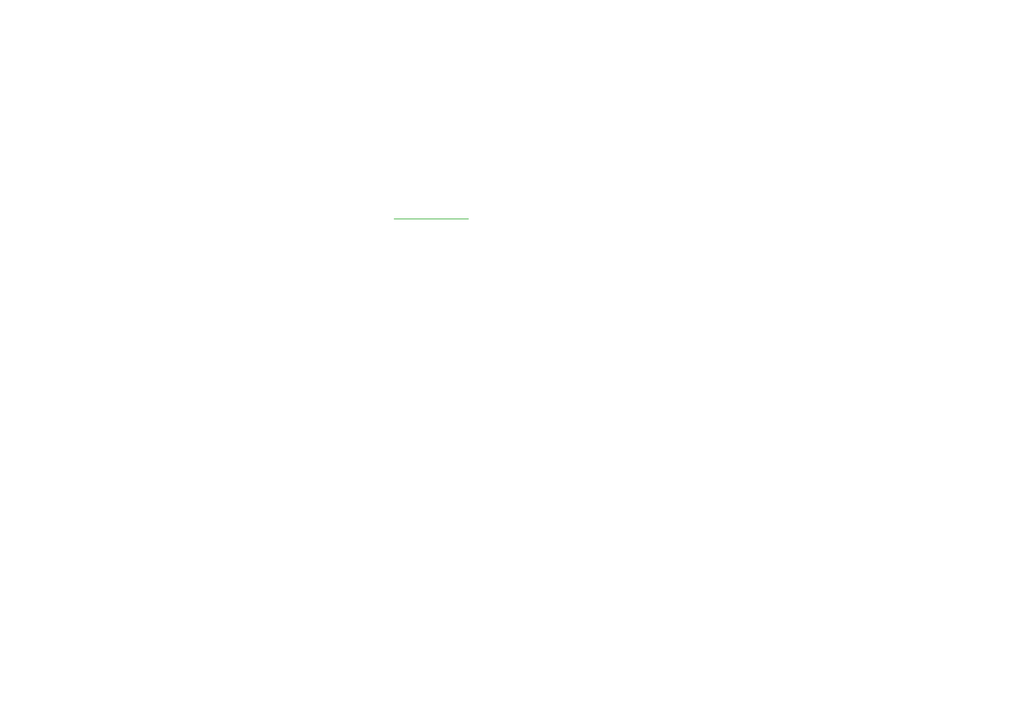
<source format=kicad_sch>
(kicad_sch
	(version 20250114)
	(generator "eeschema")
	(generator_version 9.0)
	(uuid "6a2ab473-f3e2-4345-acbf-77630801d121")
	(paper A4)
	(title_block
		(title "Single Wire")
	)
	(lib_symbols)
	(wire
		(pts
			(xy 114.3 63.5)
			(xy 135.89 63.5)
		)
		(stroke
			(width 0)
			(type default)
		)
		(uuid "3e4b166c-7b55-43d9-b32b-311bea9ba435")
	)
	(sheet_instances
		(path "/"
			(page "1")
		)
	)
	(embedded_fonts no)
)
</source>
